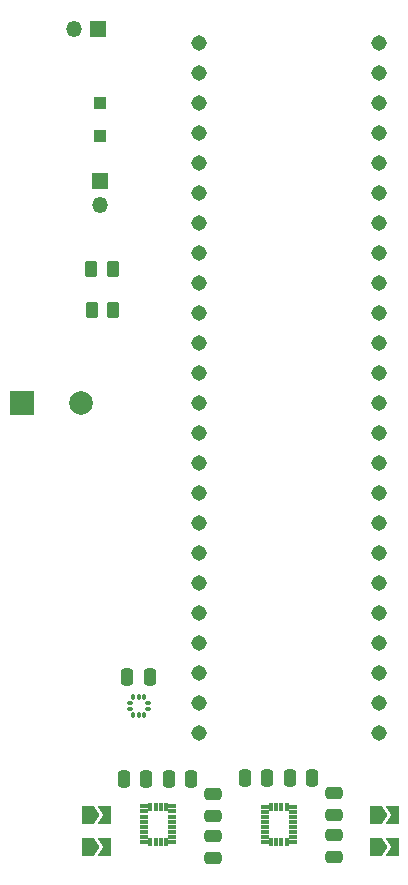
<source format=gts>
%TF.GenerationSoftware,KiCad,Pcbnew,7.0.2*%
%TF.CreationDate,2023-08-01T20:03:33-04:00*%
%TF.ProjectId,imu-testbed,696d752d-7465-4737-9462-65642e6b6963,rev?*%
%TF.SameCoordinates,Original*%
%TF.FileFunction,Soldermask,Top*%
%TF.FilePolarity,Negative*%
%FSLAX46Y46*%
G04 Gerber Fmt 4.6, Leading zero omitted, Abs format (unit mm)*
G04 Created by KiCad (PCBNEW 7.0.2) date 2023-08-01 20:03:33*
%MOMM*%
%LPD*%
G01*
G04 APERTURE LIST*
G04 Aperture macros list*
%AMRoundRect*
0 Rectangle with rounded corners*
0 $1 Rounding radius*
0 $2 $3 $4 $5 $6 $7 $8 $9 X,Y pos of 4 corners*
0 Add a 4 corners polygon primitive as box body*
4,1,4,$2,$3,$4,$5,$6,$7,$8,$9,$2,$3,0*
0 Add four circle primitives for the rounded corners*
1,1,$1+$1,$2,$3*
1,1,$1+$1,$4,$5*
1,1,$1+$1,$6,$7*
1,1,$1+$1,$8,$9*
0 Add four rect primitives between the rounded corners*
20,1,$1+$1,$2,$3,$4,$5,0*
20,1,$1+$1,$4,$5,$6,$7,0*
20,1,$1+$1,$6,$7,$8,$9,0*
20,1,$1+$1,$8,$9,$2,$3,0*%
%AMFreePoly0*
4,1,6,1.000000,0.000000,0.500000,-0.750000,-0.500000,-0.750000,-0.500000,0.750000,0.500000,0.750000,1.000000,0.000000,1.000000,0.000000,$1*%
%AMFreePoly1*
4,1,6,0.500000,-0.750000,-0.650000,-0.750000,-0.150000,0.000000,-0.650000,0.750000,0.500000,0.750000,0.500000,-0.750000,0.500000,-0.750000,$1*%
G04 Aperture macros list end*
%ADD10R,2.000000X2.000000*%
%ADD11C,2.000000*%
%ADD12RoundRect,0.250000X-0.262500X-0.450000X0.262500X-0.450000X0.262500X0.450000X-0.262500X0.450000X0*%
%ADD13R,1.350000X1.350000*%
%ADD14O,1.350000X1.350000*%
%ADD15FreePoly0,0.000000*%
%ADD16FreePoly1,0.000000*%
%ADD17RoundRect,0.250000X0.300000X-0.300000X0.300000X0.300000X-0.300000X0.300000X-0.300000X-0.300000X0*%
%ADD18RoundRect,0.002800X-0.262200X-0.137200X0.262200X-0.137200X0.262200X0.137200X-0.262200X0.137200X0*%
%ADD19RoundRect,0.002800X0.137200X-0.262200X0.137200X0.262200X-0.137200X0.262200X-0.137200X-0.262200X0*%
%ADD20RoundRect,0.002800X0.262200X0.137200X-0.262200X0.137200X-0.262200X-0.137200X0.262200X-0.137200X0*%
%ADD21RoundRect,0.002800X-0.137200X0.262200X-0.137200X-0.262200X0.137200X-0.262200X0.137200X0.262200X0*%
%ADD22RoundRect,0.250000X-0.475000X0.250000X-0.475000X-0.250000X0.475000X-0.250000X0.475000X0.250000X0*%
%ADD23RoundRect,0.250000X0.250000X0.475000X-0.250000X0.475000X-0.250000X-0.475000X0.250000X-0.475000X0*%
%ADD24RoundRect,0.250000X-0.250000X-0.475000X0.250000X-0.475000X0.250000X0.475000X-0.250000X0.475000X0*%
%ADD25RoundRect,0.087500X-0.125000X-0.087500X0.125000X-0.087500X0.125000X0.087500X-0.125000X0.087500X0*%
%ADD26RoundRect,0.087500X-0.087500X-0.125000X0.087500X-0.125000X0.087500X0.125000X-0.087500X0.125000X0*%
%ADD27C,1.308000*%
G04 APERTURE END LIST*
D10*
%TO.C,BZ1*%
X123063000Y-107696000D03*
D11*
X128063000Y-107696000D03*
%TD*%
D12*
%TO.C,R14*%
X129008500Y-99822000D03*
X130833500Y-99822000D03*
%TD*%
%TO.C,R13*%
X128985000Y-96364000D03*
X130810000Y-96364000D03*
%TD*%
D13*
%TO.C,J2*%
X129667000Y-88932000D03*
D14*
X129667000Y-90932000D03*
%TD*%
D15*
%TO.C,R12*%
X128651000Y-145288000D03*
D16*
X130101000Y-145288000D03*
%TD*%
D15*
%TO.C,R11*%
X128651000Y-142627000D03*
D16*
X130101000Y-142627000D03*
%TD*%
%TO.C,R10*%
X154485000Y-145282000D03*
D15*
X153035000Y-145282000D03*
%TD*%
D16*
%TO.C,R9*%
X154485000Y-142621000D03*
D15*
X153035000Y-142621000D03*
%TD*%
D14*
%TO.C,J1*%
X127524000Y-76073000D03*
D13*
X129524000Y-76073000D03*
%TD*%
D17*
%TO.C,D1*%
X129667000Y-85093000D03*
X129667000Y-82293000D03*
%TD*%
D18*
%TO.C,U3*%
X135840000Y-141878000D03*
D19*
X135265000Y-141913000D03*
X134835000Y-141913000D03*
X134405000Y-141913000D03*
X133975000Y-141913000D03*
D20*
X133400000Y-141878000D03*
X133400000Y-142308000D03*
X133400000Y-142738000D03*
X133400000Y-143168000D03*
X133400000Y-143598000D03*
X133400000Y-144028000D03*
X133400000Y-144458000D03*
X133400000Y-144888000D03*
D21*
X133975000Y-144853000D03*
X134405000Y-144853000D03*
X134835000Y-144853000D03*
X135265000Y-144853000D03*
D18*
X135840000Y-144888000D03*
X135840000Y-144458000D03*
X135840000Y-144028000D03*
X135840000Y-143598000D03*
X135840000Y-143168000D03*
X135840000Y-142738000D03*
X135840000Y-142308000D03*
%TD*%
D22*
%TO.C,C8*%
X139269000Y-140792000D03*
X139269000Y-142692000D03*
%TD*%
%TO.C,C7*%
X139269000Y-144348000D03*
X139269000Y-146248000D03*
%TD*%
D23*
%TO.C,C6*%
X137425000Y-139583000D03*
X135525000Y-139583000D03*
%TD*%
D24*
%TO.C,C5*%
X131715000Y-139583000D03*
X133615000Y-139583000D03*
%TD*%
D18*
%TO.C,U2*%
X146077000Y-141888000D03*
D19*
X145502000Y-141923000D03*
X145072000Y-141923000D03*
X144642000Y-141923000D03*
X144212000Y-141923000D03*
D20*
X143637000Y-141888000D03*
X143637000Y-142318000D03*
X143637000Y-142748000D03*
X143637000Y-143178000D03*
X143637000Y-143608000D03*
X143637000Y-144038000D03*
X143637000Y-144468000D03*
X143637000Y-144898000D03*
D21*
X144212000Y-144863000D03*
X144642000Y-144863000D03*
X145072000Y-144863000D03*
X145502000Y-144863000D03*
D18*
X146077000Y-144898000D03*
X146077000Y-144468000D03*
X146077000Y-144038000D03*
X146077000Y-143608000D03*
X146077000Y-143178000D03*
X146077000Y-142748000D03*
X146077000Y-142318000D03*
%TD*%
D22*
%TO.C,C4*%
X149517000Y-140719000D03*
X149517000Y-142619000D03*
%TD*%
D24*
%TO.C,C3*%
X141963000Y-139510000D03*
X143863000Y-139510000D03*
%TD*%
D23*
%TO.C,C2*%
X147673000Y-139510000D03*
X145773000Y-139510000D03*
%TD*%
D22*
%TO.C,C1*%
X149517000Y-144275000D03*
X149517000Y-146175000D03*
%TD*%
D25*
%TO.C,U8*%
X132207000Y-133096000D03*
X132207000Y-133596000D03*
D26*
X132469500Y-134108500D03*
X132969500Y-134108500D03*
X133469500Y-134108500D03*
D25*
X133732000Y-133596000D03*
X133732000Y-133096000D03*
D26*
X133469500Y-132583500D03*
X132969500Y-132583500D03*
X132469500Y-132583500D03*
%TD*%
D27*
%TO.C,U1*%
X138049000Y-79756000D03*
X138049000Y-82296000D03*
X138049000Y-84836000D03*
X138049000Y-87376000D03*
X138049000Y-112776000D03*
X153289000Y-82296000D03*
X138049000Y-89916000D03*
X138049000Y-92456000D03*
X138049000Y-94996000D03*
X138049000Y-97536000D03*
X138049000Y-100076000D03*
X138049000Y-102616000D03*
X138049000Y-105156000D03*
X138049000Y-107696000D03*
X138049000Y-110236000D03*
X153289000Y-110236000D03*
X153289000Y-107696000D03*
X153289000Y-105156000D03*
X153289000Y-102616000D03*
X153289000Y-100076000D03*
X153289000Y-97536000D03*
X153289000Y-94996000D03*
X153289000Y-92456000D03*
X153289000Y-89916000D03*
X153289000Y-87376000D03*
X153289000Y-84836000D03*
X138049000Y-115316000D03*
X138049000Y-117856000D03*
X138049000Y-120396000D03*
X138049000Y-122936000D03*
X138049000Y-125476000D03*
X138049000Y-128016000D03*
X138049000Y-130556000D03*
X138049000Y-133096000D03*
X138049000Y-135636000D03*
X153289000Y-135636000D03*
X153289000Y-133096000D03*
X153289000Y-130556000D03*
X153289000Y-128016000D03*
X153289000Y-125476000D03*
X153289000Y-122936000D03*
X153289000Y-120396000D03*
X153289000Y-117856000D03*
X153289000Y-115316000D03*
X138049000Y-77216000D03*
X153289000Y-112776000D03*
X153289000Y-79756000D03*
X153289000Y-77216000D03*
%TD*%
D24*
%TO.C,C13*%
X132019000Y-130937000D03*
X133919000Y-130937000D03*
%TD*%
M02*

</source>
